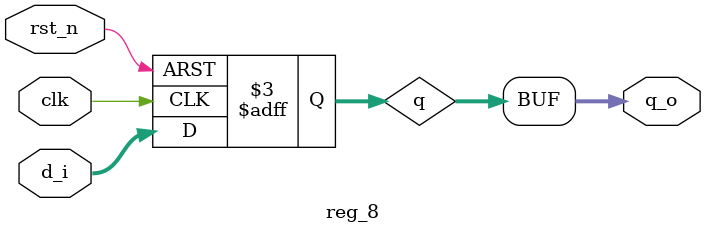
<source format=v>
module reg_8 (
input   [7:0] d_i,
input   clk, //active-low reset
input   rst_n, //reset
output  [7:0] q_o
);

reg [7:0] q; //q burda uninitialized

//always @(posedge clk) begin //synchronous reset burda reseti alması için edge lazım baboli
always @(posedge clk, negedge rst_n) begin //asynchronous reset kanka reseti aldımı direk sıfırlıyor risingedge falan hikaye yani
    if (rst_n == 1'b0) begin //hoca derse yanlış yazmış 0 olacak
        q <= 8'b00000000;
    end
    else begin
        q <= d_i;
    end
end

assign q_o  = q;
    
endmodule
</source>
